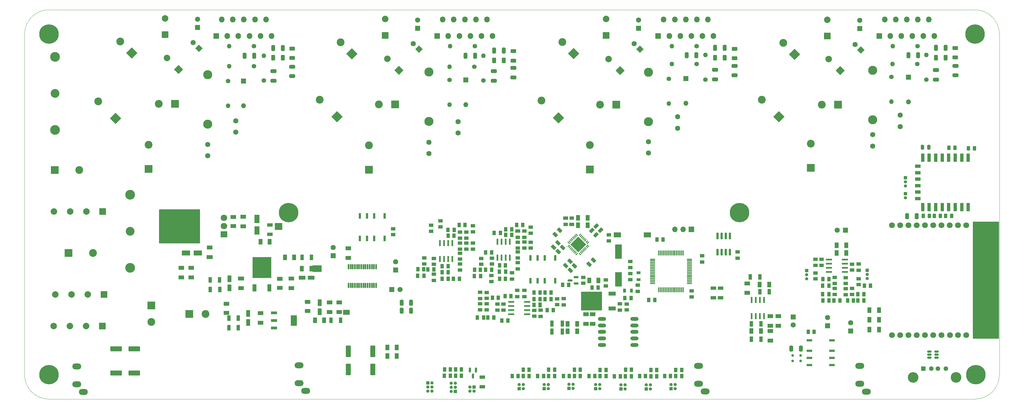
<source format=gts>
G04 #@! TF.GenerationSoftware,KiCad,Pcbnew,(6.0.0)*
G04 #@! TF.CreationDate,2022-02-01T21:05:52+01:00*
G04 #@! TF.ProjectId,block-sch,626c6f63-6b2d-4736-9368-2e6b69636164,rev?*
G04 #@! TF.SameCoordinates,Original*
G04 #@! TF.FileFunction,Soldermask,Top*
G04 #@! TF.FilePolarity,Negative*
%FSLAX46Y46*%
G04 Gerber Fmt 4.6, Leading zero omitted, Abs format (unit mm)*
G04 Created by KiCad (PCBNEW (6.0.0)) date 2022-02-01 21:05:52*
%MOMM*%
%LPD*%
G01*
G04 APERTURE LIST*
G04 Aperture macros list*
%AMRoundRect*
0 Rectangle with rounded corners*
0 $1 Rounding radius*
0 $2 $3 $4 $5 $6 $7 $8 $9 X,Y pos of 4 corners*
0 Add a 4 corners polygon primitive as box body*
4,1,4,$2,$3,$4,$5,$6,$7,$8,$9,$2,$3,0*
0 Add four circle primitives for the rounded corners*
1,1,$1+$1,$2,$3*
1,1,$1+$1,$4,$5*
1,1,$1+$1,$6,$7*
1,1,$1+$1,$8,$9*
0 Add four rect primitives between the rounded corners*
20,1,$1+$1,$2,$3,$4,$5,0*
20,1,$1+$1,$4,$5,$6,$7,0*
20,1,$1+$1,$6,$7,$8,$9,0*
20,1,$1+$1,$8,$9,$2,$3,0*%
%AMRotRect*
0 Rectangle, with rotation*
0 The origin of the aperture is its center*
0 $1 length*
0 $2 width*
0 $3 Rotation angle, in degrees counterclockwise*
0 Add horizontal line*
21,1,$1,$2,0,0,$3*%
%AMOutline4P*
0 Free polygon, 4 corners , with rotation*
0 The origin of the aperture is its center*
0 number of corners: always 4*
0 $1 to $8 corner X, Y*
0 $9 Rotation angle, in degrees counterclockwise*
0 create outline with 4 corners*
4,1,4,$1,$2,$3,$4,$5,$6,$7,$8,$1,$2,$9*%
G04 Aperture macros list end*
%ADD10C,0.100000*%
G04 #@! TA.AperFunction,Profile*
%ADD11C,0.100000*%
G04 #@! TD*
%ADD12C,0.120000*%
%ADD13C,0.800000*%
%ADD14RotRect,1.600000X1.600000X135.000000*%
%ADD15C,1.600000*%
%ADD16RotRect,2.000000X2.000000X135.000000*%
%ADD17C,2.000000*%
%ADD18RoundRect,0.250000X-0.650000X0.325000X-0.650000X-0.325000X0.650000X-0.325000X0.650000X0.325000X0*%
%ADD19R,2.400000X2.400000*%
%ADD20C,2.400000*%
%ADD21RoundRect,0.250000X0.325000X0.650000X-0.325000X0.650000X-0.325000X-0.650000X0.325000X-0.650000X0*%
%ADD22RoundRect,0.250000X0.650000X-0.325000X0.650000X0.325000X-0.650000X0.325000X-0.650000X-0.325000X0*%
%ADD23RoundRect,0.250000X-0.325000X-0.650000X0.325000X-0.650000X0.325000X0.650000X-0.325000X0.650000X0*%
%ADD24RotRect,2.400000X2.400000X135.000000*%
%ADD25R,2.000000X2.000000*%
%ADD26R,1.600000X1.600000*%
%ADD27R,1.800000X1.150000*%
%ADD28R,1.500000X1.500000*%
%ADD29O,1.500000X1.500000*%
%ADD30RoundRect,0.250000X-0.312500X-0.625000X0.312500X-0.625000X0.312500X0.625000X-0.312500X0.625000X0*%
%ADD31RoundRect,0.250000X-0.625000X0.312500X-0.625000X-0.312500X0.625000X-0.312500X0.625000X0.312500X0*%
%ADD32C,1.400000*%
%ADD33O,1.400000X1.400000*%
%ADD34C,2.800000*%
%ADD35O,2.800000X2.800000*%
%ADD36R,1.800000X1.800000*%
%ADD37O,1.800000X1.800000*%
%ADD38RoundRect,0.020500X0.184500X-0.759500X0.184500X0.759500X-0.184500X0.759500X-0.184500X-0.759500X0*%
%ADD39R,1.150000X1.800000*%
%ADD40RoundRect,0.250000X1.500000X0.550000X-1.500000X0.550000X-1.500000X-0.550000X1.500000X-0.550000X0*%
%ADD41RoundRect,0.250000X-0.550000X1.500000X-0.550000X-1.500000X0.550000X-1.500000X0.550000X1.500000X0*%
%ADD42R,1.450000X1.000000*%
%ADD43R,1.000000X1.450000*%
%ADD44RoundRect,0.150000X-0.150000X0.587500X-0.150000X-0.587500X0.150000X-0.587500X0.150000X0.587500X0*%
%ADD45R,1.750000X1.125000*%
%ADD46RoundRect,0.075000X-0.700000X-0.075000X0.700000X-0.075000X0.700000X0.075000X-0.700000X0.075000X0*%
%ADD47RoundRect,0.075000X-0.075000X-0.700000X0.075000X-0.700000X0.075000X0.700000X-0.075000X0.700000X0*%
%ADD48R,2.000000X4.500000*%
%ADD49R,2.600000X1.600000*%
%ADD50R,1.200000X2.000000*%
%ADD51Outline4P,-0.575000X-0.900000X0.575000X-0.900000X0.575000X0.900000X-0.575000X0.900000X270.000000*%
%ADD52Outline4P,-0.575000X-0.900000X0.575000X-0.900000X0.575000X0.900000X-0.575000X0.900000X90.000000*%
%ADD53R,2.000000X1.200000*%
%ADD54RoundRect,0.250000X-0.550000X1.050000X-0.550000X-1.050000X0.550000X-1.050000X0.550000X1.050000X0*%
%ADD55Outline4P,-0.625000X-0.875000X0.625000X-0.875000X0.625000X0.875000X-0.625000X0.875000X0.000000*%
%ADD56R,1.250000X1.750000*%
%ADD57R,1.200000X0.875000*%
%ADD58R,0.875000X1.200000*%
%ADD59R,1.050000X1.900000*%
%ADD60R,1.125000X1.750000*%
%ADD61Outline4P,-0.562500X-0.875000X0.562500X-0.875000X0.562500X0.875000X-0.562500X0.875000X90.000000*%
%ADD62R,2.000000X1.905000*%
%ADD63O,2.000000X1.905000*%
%ADD64R,1.200000X2.200000*%
%ADD65R,5.800000X6.400000*%
%ADD66R,1.860000X3.190000*%
%ADD67R,1.860000X0.900000*%
%ADD68O,2.524000X1.200000*%
%ADD69C,6.000000*%
%ADD70R,1.000000X2.500000*%
%ADD71R,1.800000X1.000000*%
%ADD72Outline4P,-0.512500X-0.700000X0.512500X-0.700000X0.512500X0.700000X-0.512500X0.700000X180.000000*%
%ADD73R,1.025000X1.400000*%
%ADD74RoundRect,0.250000X0.625000X-0.375000X0.625000X0.375000X-0.625000X0.375000X-0.625000X-0.375000X0*%
%ADD75Outline4P,-0.500000X-0.725000X0.500000X-0.725000X0.500000X0.725000X-0.500000X0.725000X0.000000*%
%ADD76R,1.970000X0.600000*%
%ADD77R,1.750000X1.250000*%
%ADD78R,1.400000X1.025000*%
%ADD79R,1.000000X1.000000*%
%ADD80O,1.000000X1.000000*%
%ADD81RoundRect,0.062500X0.220971X0.309359X-0.309359X-0.220971X-0.220971X-0.309359X0.309359X0.220971X0*%
%ADD82RoundRect,0.062500X-0.220971X0.309359X-0.309359X0.220971X0.220971X-0.309359X0.309359X-0.220971X0*%
%ADD83RotRect,3.450000X3.450000X225.000000*%
%ADD84Outline4P,-0.500000X-0.725000X0.500000X-0.725000X0.500000X0.725000X-0.500000X0.725000X90.000000*%
%ADD85Outline4P,-0.512500X-0.700000X0.512500X-0.700000X0.512500X0.700000X-0.512500X0.700000X90.000000*%
%ADD86RoundRect,0.250000X0.262500X0.450000X-0.262500X0.450000X-0.262500X-0.450000X0.262500X-0.450000X0*%
%ADD87RoundRect,0.250000X-0.375000X-0.625000X0.375000X-0.625000X0.375000X0.625000X-0.375000X0.625000X0*%
%ADD88RotRect,1.000000X1.450000X315.000000*%
%ADD89C,2.700000*%
%ADD90C,3.000000*%
%ADD91Outline4P,-0.512500X-0.700000X0.512500X-0.700000X0.512500X0.700000X-0.512500X0.700000X0.000000*%
%ADD92R,2.200000X1.200000*%
%ADD93R,6.400000X5.800000*%
%ADD94R,0.600000X1.970000*%
%ADD95C,1.800000*%
%ADD96RoundRect,0.150000X0.512500X0.150000X-0.512500X0.150000X-0.512500X-0.150000X0.512500X-0.150000X0*%
%ADD97O,2.800000X1.800000*%
%ADD98Outline4P,-0.500000X-0.725000X0.500000X-0.725000X0.500000X0.725000X-0.500000X0.725000X45.000000*%
%ADD99RotRect,1.000000X1.450000X45.000000*%
%ADD100R,0.800000X1.800000*%
%ADD101RotRect,1.000000X1.450000X225.000000*%
%ADD102Outline4P,-0.500000X-0.725000X0.500000X-0.725000X0.500000X0.725000X-0.500000X0.725000X225.000000*%
%ADD103RoundRect,0.250000X-0.262500X-0.450000X0.262500X-0.450000X0.262500X0.450000X-0.262500X0.450000X0*%
%ADD104RoundRect,0.042000X-0.258000X0.943000X-0.258000X-0.943000X0.258000X-0.943000X0.258000X0.943000X0*%
%ADD105RoundRect,0.150000X0.587500X0.150000X-0.587500X0.150000X-0.587500X-0.150000X0.587500X-0.150000X0*%
%ADD106R,1.800000X0.800000*%
%ADD107RoundRect,0.250000X-0.250000X-0.475000X0.250000X-0.475000X0.250000X0.475000X-0.250000X0.475000X0*%
%ADD108R,1.700000X1.700000*%
%ADD109O,1.700000X1.700000*%
%ADD110R,2.180000X1.600000*%
%ADD111R,1.428000X1.428000*%
%ADD112C,1.428000*%
%ADD113C,3.276000*%
%ADD114Outline4P,-0.500000X-0.725000X0.500000X-0.725000X0.500000X0.725000X-0.500000X0.725000X315.000000*%
G04 APERTURE END LIST*
D10*
X137000000Y-155750000D02*
X139250000Y-155750000D01*
X139250000Y-155750000D02*
X139250000Y-157750000D01*
X139250000Y-157750000D02*
X137000000Y-157750000D01*
X137000000Y-157750000D02*
X137000000Y-155750000D01*
G36*
X137000000Y-155750000D02*
G01*
X139250000Y-155750000D01*
X139250000Y-157750000D01*
X137000000Y-157750000D01*
X137000000Y-155750000D01*
G37*
X158000000Y-182450000D02*
X160000000Y-182450000D01*
X160000000Y-182450000D02*
X160000000Y-183950000D01*
X160000000Y-183950000D02*
X158000000Y-183950000D01*
X158000000Y-183950000D02*
X158000000Y-182450000D01*
G36*
X158000000Y-182450000D02*
G01*
X160000000Y-182450000D01*
X160000000Y-183950000D01*
X158000000Y-183950000D01*
X158000000Y-182450000D01*
G37*
X148625000Y-168750000D02*
X151375000Y-168750000D01*
X151375000Y-168750000D02*
X151375000Y-170750000D01*
X151375000Y-170750000D02*
X148625000Y-170750000D01*
X148625000Y-170750000D02*
X148625000Y-168750000D01*
G36*
X148625000Y-168750000D02*
G01*
X151375000Y-168750000D01*
X151375000Y-170750000D01*
X148625000Y-170750000D01*
X148625000Y-168750000D01*
G37*
D11*
X67500000Y-210000000D02*
X352500000Y-210000000D01*
X67500000Y-90000000D02*
G75*
G03*
X60000000Y-97500000I0J-7500000D01*
G01*
X60000000Y-97500000D02*
X60000000Y-202500000D01*
X352500000Y-210000000D02*
G75*
G03*
X360000000Y-202500000I0J7500000D01*
G01*
X360000000Y-202500000D02*
X360000000Y-97500000D01*
X360000000Y-97500000D02*
G75*
G03*
X352500000Y-90000000I-7500000J0D01*
G01*
X352500000Y-90000000D02*
X67500000Y-90000000D01*
X60000000Y-202500000D02*
G75*
G03*
X67500000Y-210000000I7500000J0D01*
G01*
D12*
X359800000Y-155300000D02*
X351800000Y-155300000D01*
X351800000Y-155300000D02*
X351800000Y-191300000D01*
X351800000Y-191300000D02*
X359800000Y-191300000D01*
X359800000Y-191300000D02*
X359800000Y-155300000D01*
G36*
X359800000Y-155300000D02*
G01*
X351800000Y-155300000D01*
X351800000Y-191300000D01*
X359800000Y-191300000D01*
X359800000Y-155300000D01*
G37*
D13*
X296370000Y-198250000D03*
X298830000Y-198250000D03*
X298830000Y-196550000D03*
X296370000Y-196550000D03*
D14*
X249383883Y-102178677D03*
D15*
X247616116Y-100410910D03*
D14*
X317383883Y-102428677D03*
D15*
X315616116Y-100660910D03*
D14*
X113683883Y-101878677D03*
D15*
X111916116Y-100110910D03*
D16*
X243250000Y-108750000D03*
D17*
X239714466Y-105214466D03*
D18*
X278500000Y-107275000D03*
X278500000Y-110225000D03*
D16*
X175200000Y-108671454D03*
D17*
X171664466Y-105135920D03*
D18*
X210400000Y-107925000D03*
X210400000Y-110875000D03*
D16*
X311000000Y-108750000D03*
D17*
X307464466Y-105214466D03*
D16*
X107367767Y-108421454D03*
D17*
X103832233Y-104885920D03*
D18*
X346475000Y-107275000D03*
X346475000Y-110225000D03*
X142400000Y-107525000D03*
X142400000Y-110475000D03*
D19*
X242073959Y-119250000D03*
D20*
X237073959Y-119250000D03*
D19*
X174000000Y-119200000D03*
D20*
X169000000Y-119200000D03*
D19*
X310323959Y-119250000D03*
D20*
X305323959Y-119250000D03*
D21*
X275475000Y-101750000D03*
X272525000Y-101750000D03*
D19*
X106323959Y-119000000D03*
D20*
X101323959Y-119000000D03*
D19*
X234000000Y-139227780D03*
D20*
X234000000Y-131727780D03*
D22*
X272500000Y-111475000D03*
X272500000Y-108525000D03*
D19*
X166000000Y-139277780D03*
D20*
X166000000Y-131777780D03*
D21*
X343450000Y-101750000D03*
X340500000Y-101750000D03*
X139475000Y-101800000D03*
X136525000Y-101800000D03*
D22*
X204400000Y-111875000D03*
X204400000Y-108925000D03*
D19*
X302000000Y-138750000D03*
D20*
X302000000Y-131250000D03*
D19*
X98200000Y-139077780D03*
D20*
X98200000Y-131577780D03*
D22*
X340475000Y-111525000D03*
X340475000Y-108575000D03*
X136600000Y-111875000D03*
X136600000Y-108925000D03*
D23*
X195725000Y-104200000D03*
X198675000Y-104200000D03*
X332025000Y-104000000D03*
X334975000Y-104000000D03*
D24*
X224351650Y-123300241D03*
D20*
X219048349Y-117996940D03*
D23*
X127725000Y-104200000D03*
X130675000Y-104200000D03*
D24*
X156151650Y-123000241D03*
D20*
X150848349Y-117696940D03*
D24*
X292151650Y-123000242D03*
D20*
X286848349Y-117696941D03*
D24*
X88000000Y-123500000D03*
D20*
X82696699Y-118196699D03*
D15*
X261000000Y-126500000D03*
X261000000Y-123000000D03*
X193400000Y-127950000D03*
X193400000Y-124450000D03*
D24*
X229000000Y-103500000D03*
D20*
X225464466Y-99964466D03*
D15*
X252000000Y-134150000D03*
X252000000Y-130650000D03*
D24*
X160767767Y-103576111D03*
D20*
X157232233Y-100040577D03*
D15*
X184400000Y-134350000D03*
X184400000Y-130850000D03*
X329500000Y-126000000D03*
X329500000Y-122500000D03*
X125000000Y-127750000D03*
X125000000Y-124250000D03*
D24*
X297000000Y-103750000D03*
D20*
X293464466Y-100214466D03*
D15*
X321000000Y-132000000D03*
X321000000Y-128500000D03*
D24*
X93017767Y-103326111D03*
D20*
X89482233Y-99790577D03*
D15*
X116400000Y-135000000D03*
X116400000Y-131500000D03*
D25*
X239000000Y-97867677D03*
D17*
X239000000Y-92867677D03*
D25*
X171000000Y-97867677D03*
D17*
X171000000Y-92867677D03*
D25*
X307000000Y-98117677D03*
D17*
X307000000Y-93117677D03*
D25*
X103250000Y-97617677D03*
D17*
X103250000Y-92617677D03*
D26*
X249000000Y-95682379D03*
D15*
X249000000Y-93182379D03*
D26*
X181000000Y-95682379D03*
D15*
X181000000Y-93182379D03*
D26*
X317000000Y-95750000D03*
D15*
X317000000Y-93250000D03*
D26*
X113250000Y-95432379D03*
D15*
X113250000Y-92932379D03*
D19*
X69322220Y-139400000D03*
D20*
X76822220Y-139400000D03*
D19*
X73522220Y-165000000D03*
D20*
X81022220Y-165000000D03*
D23*
X176025000Y-182750000D03*
X178975000Y-182750000D03*
D26*
X173017621Y-176182380D03*
D15*
X175517621Y-176182380D03*
D27*
X159600000Y-163525000D03*
X159600000Y-166475000D03*
D26*
X155000000Y-165782380D03*
D15*
X155000000Y-163282380D03*
D28*
X195800000Y-111585000D03*
D29*
X195800000Y-119205000D03*
D28*
X332000000Y-110750000D03*
D29*
X332000000Y-118370000D03*
D28*
X127400000Y-111985000D03*
D29*
X127400000Y-119605000D03*
D25*
X84057500Y-152182500D03*
D17*
X79057500Y-152182500D03*
X74057500Y-152182500D03*
X69057500Y-152182500D03*
D25*
X84457500Y-177782500D03*
D17*
X79457500Y-177782500D03*
X74457500Y-177782500D03*
X69457500Y-177782500D03*
D30*
X272537500Y-104750000D03*
X275462500Y-104750000D03*
X204537500Y-105600000D03*
X207462500Y-105600000D03*
D31*
X278500000Y-102037500D03*
X278500000Y-104962500D03*
D30*
X340512500Y-104750000D03*
X343437500Y-104750000D03*
X136537500Y-104800000D03*
X139462500Y-104800000D03*
D31*
X346425000Y-101787500D03*
X346425000Y-104712500D03*
X142400000Y-101937500D03*
X142400000Y-104862500D03*
D32*
X269500000Y-111560000D03*
D33*
X269500000Y-103940000D03*
D32*
X201200000Y-111810000D03*
D33*
X201200000Y-104190000D03*
D32*
X337500000Y-111560000D03*
D33*
X337500000Y-103940000D03*
D32*
X133600000Y-111810000D03*
D33*
X133600000Y-104190000D03*
D32*
X266810000Y-101250000D03*
D33*
X259190000Y-101250000D03*
D32*
X198600000Y-101200000D03*
D33*
X190980000Y-101200000D03*
D32*
X266810000Y-106750000D03*
D33*
X259190000Y-106750000D03*
D32*
X334810000Y-101250000D03*
D33*
X327190000Y-101250000D03*
D32*
X198410000Y-107600000D03*
D33*
X190790000Y-107600000D03*
D32*
X130610000Y-101200000D03*
D33*
X122990000Y-101200000D03*
D32*
X258250000Y-111250000D03*
D33*
X258250000Y-118870000D03*
D32*
X334750000Y-106750000D03*
D33*
X327130000Y-106750000D03*
D32*
X130600000Y-107400000D03*
D33*
X122980000Y-107400000D03*
D32*
X190800000Y-111590000D03*
D33*
X190800000Y-119210000D03*
D34*
X252000000Y-109250000D03*
D35*
X252000000Y-124490000D03*
D34*
X184400000Y-109200000D03*
D35*
X184400000Y-124440000D03*
D32*
X326750000Y-110690000D03*
D33*
X326750000Y-118310000D03*
D32*
X122600000Y-111990000D03*
D33*
X122600000Y-119610000D03*
D34*
X321000000Y-108630000D03*
D35*
X321000000Y-123870000D03*
D34*
X116400000Y-110000000D03*
D35*
X116400000Y-125240000D03*
D36*
X323000000Y-98085000D03*
D37*
X324700000Y-93005000D03*
X326400000Y-98085000D03*
X328100000Y-93005000D03*
X329800000Y-98085000D03*
X331500000Y-93005000D03*
X333200000Y-98085000D03*
X334900000Y-93005000D03*
X336600000Y-98085000D03*
X338300000Y-93005000D03*
X340000000Y-98085000D03*
D36*
X119000000Y-98085000D03*
D37*
X120700000Y-93005000D03*
X122400000Y-98085000D03*
X124100000Y-93005000D03*
X125800000Y-98085000D03*
X127500000Y-93005000D03*
X129200000Y-98085000D03*
X130900000Y-93005000D03*
X132600000Y-98085000D03*
X134300000Y-93005000D03*
X136000000Y-98085000D03*
D38*
X159725000Y-174930000D03*
X160375000Y-174930000D03*
X161025000Y-174930000D03*
X161675000Y-174930000D03*
X162325000Y-174930000D03*
X162975000Y-174930000D03*
X163625000Y-174930000D03*
X164275000Y-174930000D03*
X164925000Y-174930000D03*
X165575000Y-174930000D03*
X166225000Y-174930000D03*
X166875000Y-174930000D03*
X167525000Y-174930000D03*
X168175000Y-174930000D03*
X168175000Y-169170000D03*
X167525000Y-169170000D03*
X166875000Y-169170000D03*
X166225000Y-169170000D03*
X165575000Y-169170000D03*
X164925000Y-169170000D03*
X164275000Y-169170000D03*
X163625000Y-169170000D03*
X162975000Y-169170000D03*
X162325000Y-169170000D03*
X161675000Y-169170000D03*
X161025000Y-169170000D03*
X160375000Y-169170000D03*
X159725000Y-169170000D03*
D21*
X207475000Y-102600000D03*
X204525000Y-102600000D03*
D23*
X263775000Y-104000000D03*
X266725000Y-104000000D03*
D14*
X181383883Y-102178677D03*
D15*
X179616116Y-100410910D03*
D39*
X171625000Y-194050000D03*
X174575000Y-194050000D03*
X320025000Y-188600000D03*
X322975000Y-188600000D03*
D40*
X93800000Y-194500000D03*
X88200000Y-194500000D03*
D39*
X320025000Y-182600000D03*
X322975000Y-182600000D03*
X171625000Y-196750000D03*
X174575000Y-196750000D03*
X320025000Y-185500000D03*
X322975000Y-185500000D03*
D40*
X93800000Y-202000000D03*
X88200000Y-202000000D03*
D41*
X159650000Y-195300000D03*
X159650000Y-200900000D03*
X167150000Y-195300000D03*
X167150000Y-200900000D03*
D23*
X176025000Y-180250000D03*
X178975000Y-180250000D03*
D26*
X174200000Y-170182380D03*
D15*
X174200000Y-167682380D03*
D42*
X265300000Y-176650000D03*
X265300000Y-178550000D03*
D43*
X253950000Y-179400000D03*
X252050000Y-179400000D03*
D42*
X268550000Y-165850000D03*
X268550000Y-167750000D03*
D43*
X254600000Y-160850000D03*
X256500000Y-160850000D03*
D42*
X246450000Y-169450000D03*
X246450000Y-167550000D03*
X246450000Y-171300000D03*
X246450000Y-173200000D03*
D28*
X263500000Y-111185000D03*
D29*
X263500000Y-118805000D03*
D44*
X198950000Y-201012500D03*
X197050000Y-201012500D03*
X198000000Y-202887500D03*
D31*
X210400000Y-102737500D03*
X210400000Y-105662500D03*
D45*
X200900000Y-203237500D03*
X200900000Y-206162500D03*
D36*
X187000000Y-98085000D03*
D37*
X188700000Y-93005000D03*
X190400000Y-98085000D03*
X192100000Y-93005000D03*
X193800000Y-98085000D03*
X195500000Y-93005000D03*
X197200000Y-98085000D03*
X198900000Y-93005000D03*
X200600000Y-98085000D03*
X202300000Y-93005000D03*
X204000000Y-98085000D03*
D46*
X253245000Y-166870000D03*
X253245000Y-167370000D03*
X253245000Y-167870000D03*
X253245000Y-168370000D03*
X253245000Y-168870000D03*
X253245000Y-169370000D03*
X253245000Y-169870000D03*
X253245000Y-170370000D03*
X253245000Y-170870000D03*
X253245000Y-171370000D03*
X253245000Y-171870000D03*
X253245000Y-172370000D03*
X253245000Y-172870000D03*
X253245000Y-173370000D03*
X253245000Y-173870000D03*
X253245000Y-174370000D03*
D47*
X255170000Y-176295000D03*
X255670000Y-176295000D03*
X256170000Y-176295000D03*
X256670000Y-176295000D03*
X257170000Y-176295000D03*
X257670000Y-176295000D03*
X258170000Y-176295000D03*
X258670000Y-176295000D03*
X259170000Y-176295000D03*
X259670000Y-176295000D03*
X260170000Y-176295000D03*
X260670000Y-176295000D03*
X261170000Y-176295000D03*
X261670000Y-176295000D03*
X262170000Y-176295000D03*
X262670000Y-176295000D03*
D46*
X264595000Y-174370000D03*
X264595000Y-173870000D03*
X264595000Y-173370000D03*
X264595000Y-172870000D03*
X264595000Y-172370000D03*
X264595000Y-171870000D03*
X264595000Y-171370000D03*
X264595000Y-170870000D03*
X264595000Y-170370000D03*
X264595000Y-169870000D03*
X264595000Y-169370000D03*
X264595000Y-168870000D03*
X264595000Y-168370000D03*
X264595000Y-167870000D03*
X264595000Y-167370000D03*
X264595000Y-166870000D03*
D47*
X262670000Y-164945000D03*
X262170000Y-164945000D03*
X261670000Y-164945000D03*
X261170000Y-164945000D03*
X260670000Y-164945000D03*
X260170000Y-164945000D03*
X259670000Y-164945000D03*
X259170000Y-164945000D03*
X258670000Y-164945000D03*
X258170000Y-164945000D03*
X257670000Y-164945000D03*
X257170000Y-164945000D03*
X256670000Y-164945000D03*
X256170000Y-164945000D03*
X255670000Y-164945000D03*
X255170000Y-164945000D03*
D48*
X242750000Y-173050000D03*
X242750000Y-164550000D03*
D49*
X109700000Y-165000000D03*
X113300000Y-165000000D03*
D50*
X123085000Y-175700000D03*
X123085000Y-172900000D03*
X128837500Y-186400000D03*
X128837500Y-183600000D03*
D27*
X117000000Y-163275000D03*
D51*
X117000000Y-166225000D03*
D27*
X126585000Y-175775000D03*
D52*
X126585000Y-172825000D03*
D27*
X132587500Y-186475000D03*
X132587500Y-183525000D03*
X127250000Y-153775000D03*
X127250000Y-156725000D03*
X142085000Y-175775000D03*
X142085000Y-172825000D03*
X153850000Y-183125000D03*
X153850000Y-180175000D03*
D43*
X246650000Y-178850000D03*
X244750000Y-178850000D03*
D53*
X148235000Y-172550000D03*
X145435000Y-172550000D03*
D50*
X150850000Y-180250000D03*
X150850000Y-183050000D03*
D54*
X131500000Y-154450000D03*
X131500000Y-158050000D03*
D39*
X148310000Y-169800000D03*
X145360000Y-169800000D03*
D27*
X156850000Y-183125000D03*
X156850000Y-180175000D03*
D42*
X248700000Y-176800000D03*
X248700000Y-174900000D03*
D27*
X232800000Y-183825000D03*
X232800000Y-186775000D03*
X234800000Y-183825000D03*
X234800000Y-186775000D03*
D39*
X227125000Y-189100000D03*
X230075000Y-189100000D03*
X227125000Y-186800000D03*
X230075000Y-186800000D03*
D55*
X132600000Y-161500000D03*
X135400000Y-161500000D03*
X140185000Y-166300000D03*
D56*
X142985000Y-166300000D03*
X149400000Y-185700000D03*
D55*
X152200000Y-185700000D03*
D57*
X248950000Y-171037500D03*
X248950000Y-173162500D03*
D58*
X244637500Y-176600000D03*
X246762500Y-176600000D03*
D59*
X225475000Y-189200000D03*
X222325000Y-189200000D03*
X225475000Y-186700000D03*
X222325000Y-186700000D03*
D60*
X117137500Y-176200000D03*
X120062500Y-176200000D03*
X122875000Y-185000000D03*
X125800000Y-185000000D03*
D61*
X108250000Y-172462500D03*
X108250000Y-169537500D03*
D60*
X117122500Y-173300000D03*
X120047500Y-173300000D03*
X122875000Y-188000000D03*
X125800000Y-188000000D03*
D61*
X111250000Y-172462500D03*
X111250000Y-169537500D03*
D45*
X135500000Y-159212500D03*
X135500000Y-156287500D03*
D60*
X145372500Y-166300000D03*
X148297500Y-166300000D03*
X154337500Y-185700000D03*
X157262500Y-185700000D03*
D62*
X121345000Y-159240000D03*
D63*
X121345000Y-156700000D03*
X121345000Y-154160000D03*
D64*
X130805000Y-175750000D03*
D65*
X133085000Y-169450000D03*
D64*
X135365000Y-175750000D03*
D66*
X142912500Y-185750000D03*
D67*
X136762500Y-188050000D03*
X136762500Y-185750000D03*
X136762500Y-183450000D03*
D68*
X247700000Y-193300000D03*
X247700000Y-191300000D03*
X247700000Y-189300000D03*
X247700000Y-187300000D03*
X247700000Y-185300000D03*
X237700000Y-185300000D03*
X237700000Y-187300000D03*
X237700000Y-189300000D03*
X237700000Y-191300000D03*
X237700000Y-193300000D03*
D36*
X255000000Y-98085000D03*
D37*
X256700000Y-93005000D03*
X258400000Y-98085000D03*
X260100000Y-93005000D03*
X261800000Y-98085000D03*
X263500000Y-93005000D03*
X265200000Y-98085000D03*
X266900000Y-93005000D03*
X268600000Y-98085000D03*
X270300000Y-93005000D03*
X272000000Y-98085000D03*
D25*
X83957500Y-187482500D03*
D17*
X78957500Y-187482500D03*
X73957500Y-187482500D03*
X68957500Y-187482500D03*
D13*
X350500000Y-202500000D03*
X352750000Y-200250000D03*
X351159010Y-204090990D03*
X355000000Y-202500000D03*
X354340990Y-204090990D03*
X351159010Y-200909010D03*
D69*
X352750000Y-202500000D03*
D13*
X354340990Y-200909010D03*
X352750000Y-204750000D03*
X280000000Y-150250000D03*
X281590990Y-150909010D03*
X281590990Y-154090990D03*
X282250000Y-152500000D03*
X277750000Y-152500000D03*
X280000000Y-154750000D03*
X278409010Y-150909010D03*
X278409010Y-154090990D03*
D69*
X280000000Y-152500000D03*
X141250000Y-152500000D03*
D13*
X143500000Y-152500000D03*
X139000000Y-152500000D03*
X142840990Y-154090990D03*
X142840990Y-150909010D03*
X141250000Y-154750000D03*
X139659010Y-154090990D03*
X141250000Y-150250000D03*
X139659010Y-150909010D03*
X65250000Y-202500000D03*
X65909010Y-204090990D03*
X65909010Y-200909010D03*
X69090990Y-200909010D03*
X69090990Y-204090990D03*
X67500000Y-204750000D03*
X69750000Y-202500000D03*
X67500000Y-200250000D03*
D69*
X67500000Y-202500000D03*
D13*
X354750000Y-97500000D03*
X350909010Y-95909010D03*
X350250000Y-97500000D03*
X354090990Y-99090990D03*
X352500000Y-95250000D03*
X354090990Y-95909010D03*
X350909010Y-99090990D03*
X352500000Y-99750000D03*
D69*
X352500000Y-97500000D03*
D13*
X65909010Y-95909010D03*
D69*
X67500000Y-97500000D03*
D13*
X69750000Y-97500000D03*
X67500000Y-99750000D03*
X65250000Y-97500000D03*
X69090990Y-95909010D03*
X69090990Y-99090990D03*
X65909010Y-99090990D03*
X67500000Y-95250000D03*
D70*
X350400000Y-135600000D03*
X348400000Y-135600000D03*
X346400000Y-135600000D03*
X344400000Y-135600000D03*
X342400000Y-135600000D03*
X340400000Y-135600000D03*
X338400000Y-135600000D03*
X336400000Y-135600000D03*
D71*
X334900000Y-138200000D03*
X334900000Y-140200000D03*
X334900000Y-142200000D03*
X334900000Y-144200000D03*
X334900000Y-146200000D03*
X334900000Y-148200000D03*
D70*
X336400000Y-150800000D03*
X338400000Y-150800000D03*
X340400000Y-150800000D03*
X342400000Y-150800000D03*
X344400000Y-150800000D03*
X346400000Y-150800000D03*
X348400000Y-150800000D03*
X350400000Y-150800000D03*
D72*
X243366250Y-202946250D03*
D73*
X241541250Y-202946250D03*
D19*
X110676041Y-183750000D03*
D20*
X115676041Y-183750000D03*
D74*
X147100000Y-180000000D03*
X147100000Y-182800000D03*
D60*
X289187500Y-176905000D03*
X286262500Y-176905000D03*
D43*
X199350000Y-184900000D03*
X201250000Y-184900000D03*
D42*
X211800000Y-169850000D03*
X211800000Y-167950000D03*
D43*
X216750000Y-181000000D03*
D75*
X218650000Y-181000000D03*
D73*
X315100000Y-179600000D03*
X313275000Y-179600000D03*
D76*
X307517500Y-167020000D03*
X307517500Y-168290000D03*
X307517500Y-169560000D03*
X307517500Y-170830000D03*
X312457500Y-170830000D03*
X312457500Y-169560000D03*
X312457500Y-168290000D03*
X312457500Y-167020000D03*
D73*
X207887500Y-178250000D03*
X209712500Y-178250000D03*
X216787500Y-177150000D03*
X218612500Y-177150000D03*
D76*
X214670000Y-183855000D03*
X214670000Y-182585000D03*
X214670000Y-181315000D03*
X214670000Y-180045000D03*
X209730000Y-180045000D03*
X209730000Y-181315000D03*
X209730000Y-182585000D03*
X209730000Y-183855000D03*
D73*
X188537500Y-169050000D03*
X190362500Y-169050000D03*
X203712500Y-170150000D03*
X201887500Y-170150000D03*
D72*
X211882500Y-202930000D03*
X210057500Y-202930000D03*
D73*
X213457500Y-202930000D03*
X215282500Y-202930000D03*
D77*
X138585000Y-175700000D03*
X138585000Y-172900000D03*
D78*
X183000000Y-168312500D03*
X183000000Y-166487500D03*
D79*
X331100000Y-146700000D03*
D80*
X331100000Y-147970000D03*
D78*
X314687500Y-175887500D03*
X314687500Y-177712500D03*
D42*
X194050000Y-170250000D03*
X194050000Y-168350000D03*
D78*
X223900000Y-179087500D03*
X223900000Y-180912500D03*
D81*
X233361010Y-161813864D03*
X233007456Y-161460311D03*
X232653903Y-161106757D03*
X232300349Y-160753204D03*
X231946796Y-160399651D03*
X231593243Y-160046097D03*
X231239689Y-159692544D03*
X230886136Y-159338990D03*
D82*
X229913864Y-159338990D03*
X229560311Y-159692544D03*
X229206757Y-160046097D03*
X228853204Y-160399651D03*
X228499651Y-160753204D03*
X228146097Y-161106757D03*
X227792544Y-161460311D03*
X227438990Y-161813864D03*
D81*
X227438990Y-162786136D03*
X227792544Y-163139689D03*
X228146097Y-163493243D03*
X228499651Y-163846796D03*
X228853204Y-164200349D03*
X229206757Y-164553903D03*
X229560311Y-164907456D03*
X229913864Y-165261010D03*
D82*
X230886136Y-165261010D03*
X231239689Y-164907456D03*
X231593243Y-164553903D03*
X231946796Y-164200349D03*
X232300349Y-163846796D03*
X232653903Y-163493243D03*
X233007456Y-163139689D03*
X233361010Y-162786136D03*
D83*
X230400000Y-162300000D03*
D78*
X211800000Y-161637500D03*
X211800000Y-163462500D03*
D84*
X228400000Y-156150000D03*
D42*
X228400000Y-154250000D03*
D85*
X197950000Y-158412500D03*
D78*
X197950000Y-156587500D03*
D79*
X192550000Y-207600000D03*
D80*
X191280000Y-207600000D03*
X192550000Y-206330000D03*
X191280000Y-206330000D03*
X192550000Y-205060000D03*
X191280000Y-205060000D03*
D73*
X206187500Y-168750000D03*
X208012500Y-168750000D03*
X192637500Y-202850000D03*
X194462500Y-202850000D03*
X222712500Y-182600000D03*
D72*
X220887500Y-182600000D03*
D78*
X303387500Y-172937500D03*
X303387500Y-171112500D03*
D86*
X341812500Y-153500000D03*
X339987500Y-153500000D03*
D87*
X233800000Y-173400000D03*
X236600000Y-173400000D03*
D43*
X320337500Y-175000000D03*
X318437500Y-175000000D03*
D88*
X235928249Y-156628249D03*
X237271751Y-157971751D03*
D73*
X202587500Y-184900000D03*
X204412500Y-184900000D03*
D43*
X216750000Y-179150000D03*
X218650000Y-179150000D03*
D79*
X184125000Y-205025000D03*
D80*
X185395000Y-205025000D03*
X184125000Y-206295000D03*
X185395000Y-206295000D03*
X184125000Y-207565000D03*
X185395000Y-207565000D03*
D21*
X334575000Y-153600000D03*
X331625000Y-153600000D03*
D73*
X213312500Y-156350000D03*
X211487500Y-156350000D03*
D42*
X211600000Y-176500000D03*
X211600000Y-178400000D03*
D73*
X227643750Y-202868750D03*
X225818750Y-202868750D03*
X219706250Y-202906250D03*
X217881250Y-202906250D03*
D89*
X69400000Y-115800000D03*
D90*
X69400000Y-127050000D03*
X69400000Y-104550000D03*
D78*
X314687500Y-170237500D03*
X314687500Y-168412500D03*
D42*
X194050000Y-160400000D03*
X194050000Y-158500000D03*
D19*
X99000000Y-181176041D03*
D20*
X99000000Y-186176041D03*
D43*
X208050000Y-157650000D03*
X209950000Y-157650000D03*
D78*
X194050000Y-165037500D03*
X194050000Y-166862500D03*
D91*
X213457500Y-200930000D03*
D73*
X215282500Y-200930000D03*
D39*
X230325000Y-156400000D03*
X233275000Y-156400000D03*
D43*
X206850000Y-185750000D03*
X208750000Y-185750000D03*
X318337500Y-177700000D03*
X316437500Y-177700000D03*
D39*
X286637500Y-189030000D03*
X283687500Y-189030000D03*
D73*
X235525000Y-202875000D03*
X233700000Y-202875000D03*
D43*
X204550000Y-158800000D03*
X206450000Y-158800000D03*
X198450000Y-172100000D03*
X200350000Y-172100000D03*
D86*
X352312500Y-132700000D03*
X350487500Y-132700000D03*
D43*
X201850000Y-164800000D03*
X203750000Y-164800000D03*
D42*
X203700000Y-173800000D03*
X203700000Y-171900000D03*
D73*
X185962500Y-170050000D03*
X184137500Y-170050000D03*
X181037500Y-170000000D03*
X182862500Y-170000000D03*
D26*
X314200000Y-188982380D03*
D15*
X314200000Y-186482380D03*
D92*
X240800000Y-182080000D03*
D93*
X234500000Y-179800000D03*
D92*
X240800000Y-177520000D03*
D94*
X209305000Y-161480000D03*
X208035000Y-161480000D03*
X206765000Y-161480000D03*
X205495000Y-161480000D03*
X205495000Y-166420000D03*
X206765000Y-166420000D03*
X208035000Y-166420000D03*
X209305000Y-166420000D03*
D39*
X233275000Y-154100000D03*
X230325000Y-154100000D03*
D78*
X216900000Y-182637500D03*
X216900000Y-184462500D03*
X245300000Y-180687500D03*
X245300000Y-182512500D03*
D95*
X349760000Y-156400000D03*
X347220000Y-156400000D03*
X344726727Y-156399821D03*
X342158296Y-156399821D03*
X339600000Y-156400000D03*
X337060000Y-156400000D03*
X334520000Y-156400000D03*
X331980000Y-156400000D03*
X329440000Y-156400000D03*
X326900000Y-156400000D03*
X349800000Y-190300000D03*
X347260000Y-190300000D03*
X344766727Y-190299821D03*
X342198296Y-190299821D03*
X339640000Y-190300000D03*
X337100000Y-190300000D03*
X334560000Y-190300000D03*
X332020000Y-190300000D03*
X329480000Y-190300000D03*
X326940000Y-190300000D03*
D78*
X231900000Y-174312500D03*
X231900000Y-172487500D03*
D73*
X260393750Y-202906250D03*
X262218750Y-202906250D03*
D96*
X340685000Y-197237500D03*
X340685000Y-196287500D03*
X340685000Y-195337500D03*
X338410000Y-195337500D03*
X338410000Y-196287500D03*
X338410000Y-197237500D03*
D94*
X287552621Y-179460000D03*
X286282621Y-179460000D03*
X285012621Y-179460000D03*
X283742621Y-179460000D03*
X283742621Y-184400000D03*
X285012621Y-184400000D03*
X286282621Y-184400000D03*
X287552621Y-184400000D03*
D73*
X191012500Y-202850000D03*
X189187500Y-202850000D03*
D97*
X267450000Y-199750000D03*
X269450000Y-207650000D03*
X267450000Y-205250000D03*
D78*
X312687500Y-174400000D03*
X312687500Y-172575000D03*
D43*
X188500000Y-170850000D03*
X190400000Y-170850000D03*
D98*
X224228249Y-164571751D03*
D99*
X225571751Y-163228249D03*
D73*
X251081250Y-202931250D03*
X249256250Y-202931250D03*
D42*
X243200000Y-182550000D03*
X243200000Y-180650000D03*
D27*
X289500000Y-191975000D03*
X289500000Y-189025000D03*
D73*
X198487500Y-170150000D03*
X200312500Y-170150000D03*
D100*
X170800000Y-153500000D03*
X167600000Y-153500000D03*
X165400000Y-153500000D03*
X163200000Y-153500000D03*
X163200000Y-160500000D03*
X165400000Y-160500000D03*
X167600000Y-160500000D03*
X170800000Y-160500000D03*
D78*
X207400000Y-180737500D03*
X207400000Y-182562500D03*
D73*
X192637500Y-200850000D03*
X194462500Y-200850000D03*
D42*
X303387500Y-168775000D03*
X303387500Y-166875000D03*
X213800000Y-176500000D03*
X213800000Y-178400000D03*
D101*
X224671751Y-157928249D03*
D102*
X223328249Y-159271751D03*
D43*
X305637500Y-175025000D03*
X307537500Y-175025000D03*
D42*
X185100000Y-156400000D03*
X185100000Y-158300000D03*
X213800000Y-161550000D03*
X213800000Y-163450000D03*
X188000000Y-155050000D03*
X188000000Y-156950000D03*
D43*
X190300000Y-157850000D03*
X192200000Y-157850000D03*
D78*
X200200000Y-182462500D03*
X200200000Y-180637500D03*
D79*
X227506250Y-206743750D03*
D80*
X227506250Y-205473750D03*
X228776250Y-206743750D03*
X228776250Y-205473750D03*
D103*
X344487500Y-132500000D03*
X346312500Y-132500000D03*
D73*
X244941250Y-200946250D03*
X246766250Y-200946250D03*
D45*
X274200000Y-178762500D03*
X274200000Y-175837500D03*
D39*
X289200000Y-174705000D03*
X286250000Y-174705000D03*
D101*
X224171751Y-161828249D03*
X222828249Y-163171751D03*
D27*
X289547621Y-187405000D03*
X289547621Y-184455000D03*
D73*
X190337500Y-159650000D03*
X192162500Y-159650000D03*
D72*
X258812500Y-202900000D03*
D73*
X256987500Y-202900000D03*
D104*
X277105000Y-159725000D03*
X275835000Y-159725000D03*
X274565000Y-159725000D03*
X273295000Y-159725000D03*
X273295000Y-164675000D03*
X274565000Y-164675000D03*
X275835000Y-164675000D03*
X277105000Y-164675000D03*
D99*
X226528249Y-168871751D03*
X227871751Y-167528249D03*
D73*
X260393750Y-201006250D03*
X262218750Y-201006250D03*
D78*
X194050000Y-161937500D03*
X194050000Y-163762500D03*
D27*
X282400000Y-174325000D03*
X282400000Y-177275000D03*
D79*
X331100000Y-141725000D03*
D80*
X331100000Y-142995000D03*
X331100000Y-144265000D03*
D78*
X215800000Y-158862500D03*
X215800000Y-157037500D03*
D99*
X227928249Y-170271751D03*
X229271751Y-168928249D03*
D42*
X279400000Y-166550000D03*
X279400000Y-164650000D03*
D43*
X181000000Y-172000000D03*
X182900000Y-172000000D03*
D42*
X185950000Y-173400000D03*
X185950000Y-171500000D03*
D85*
X200500000Y-168462500D03*
D78*
X200500000Y-166637500D03*
D73*
X191062500Y-200850000D03*
X189237500Y-200850000D03*
X222012500Y-179150000D03*
D72*
X220187500Y-179150000D03*
D39*
X309925000Y-162625000D03*
X312875000Y-162625000D03*
D97*
X76100000Y-199900000D03*
X78100000Y-207800000D03*
X76100000Y-205400000D03*
D23*
X295925000Y-194400000D03*
X298875000Y-194400000D03*
D42*
X195950000Y-160400000D03*
X195950000Y-158500000D03*
D26*
X296547621Y-184647621D03*
D15*
X296547621Y-187147621D03*
D100*
X223300000Y-166500000D03*
X220100000Y-166500000D03*
X217900000Y-166500000D03*
X215700000Y-166500000D03*
X215700000Y-173500000D03*
X217900000Y-173500000D03*
X220100000Y-173500000D03*
X223300000Y-173500000D03*
D91*
X220187500Y-177150000D03*
D73*
X222012500Y-177150000D03*
X221281250Y-200906250D03*
X223106250Y-200906250D03*
D105*
X229737500Y-174350000D03*
X229737500Y-172450000D03*
X227862500Y-173400000D03*
D78*
X215800000Y-161637500D03*
X215800000Y-163462500D03*
D91*
X305687500Y-179625000D03*
X307512500Y-179625000D03*
D43*
X305637500Y-177625000D03*
X307537500Y-177625000D03*
D86*
X345312500Y-153500000D03*
X343487500Y-153500000D03*
D73*
X208087500Y-159350000D03*
X209912500Y-159350000D03*
D106*
X301500000Y-191900000D03*
X301500000Y-195100000D03*
X301500000Y-197300000D03*
X301500000Y-199500000D03*
X308500000Y-199500000D03*
X308500000Y-197300000D03*
X308500000Y-195100000D03*
X308500000Y-191900000D03*
D42*
X238900000Y-175150000D03*
X238900000Y-173250000D03*
D26*
X307100000Y-187382380D03*
D15*
X307100000Y-184882380D03*
D42*
X202200000Y-180600000D03*
X202200000Y-182500000D03*
D77*
X124250000Y-153850000D03*
X124250000Y-156650000D03*
D73*
X225587500Y-174750000D03*
X227412500Y-174750000D03*
D42*
X312687500Y-177850000D03*
X312687500Y-175950000D03*
D43*
X193850000Y-172900000D03*
X191950000Y-172900000D03*
D103*
X301187500Y-189300000D03*
X303012500Y-189300000D03*
D73*
X221281250Y-202906250D03*
X223106250Y-202906250D03*
D107*
X336350000Y-132400000D03*
X338250000Y-132400000D03*
D78*
X309287500Y-174337500D03*
X309287500Y-172512500D03*
D60*
X283700000Y-191530000D03*
X286625000Y-191530000D03*
D79*
X251318750Y-206856250D03*
D80*
X251318750Y-205586250D03*
X252588750Y-206856250D03*
X252588750Y-205586250D03*
D73*
X252731250Y-201056250D03*
X254556250Y-201056250D03*
D42*
X211800000Y-160100000D03*
D84*
X211800000Y-158200000D03*
D78*
X203800000Y-168362500D03*
X203800000Y-166537500D03*
D73*
X229218750Y-202868750D03*
X231043750Y-202868750D03*
D78*
X316687500Y-174712500D03*
X316687500Y-172887500D03*
D42*
X195950000Y-161900000D03*
X195950000Y-163800000D03*
D94*
X191655000Y-161880000D03*
X190385000Y-161880000D03*
X189115000Y-161880000D03*
X187845000Y-161880000D03*
X187845000Y-166820000D03*
X189115000Y-166820000D03*
X190385000Y-166820000D03*
X191655000Y-166820000D03*
D73*
X203987500Y-178750000D03*
X205812500Y-178750000D03*
D42*
X316687500Y-170275000D03*
X316687500Y-168375000D03*
D73*
X234687500Y-175600000D03*
X236512500Y-175600000D03*
D26*
X312587500Y-157900000D03*
D15*
X310087500Y-157900000D03*
D79*
X212200000Y-206800000D03*
D80*
X212200000Y-205530000D03*
X213470000Y-206800000D03*
X213470000Y-205530000D03*
D77*
X122087500Y-183400000D03*
X122087500Y-180600000D03*
D42*
X205500000Y-180700000D03*
X205500000Y-182600000D03*
X226500000Y-156150000D03*
D84*
X226500000Y-154250000D03*
D73*
X244921250Y-202946250D03*
X246746250Y-202946250D03*
X237120000Y-201000000D03*
X238945000Y-201000000D03*
D108*
X265225000Y-157700000D03*
D109*
X262685000Y-157700000D03*
X260145000Y-157700000D03*
D79*
X235762500Y-206800000D03*
D80*
X235762500Y-205530000D03*
X237032500Y-206800000D03*
X237032500Y-205530000D03*
D78*
X211800000Y-164637500D03*
X211800000Y-166462500D03*
X185950000Y-168462500D03*
X185950000Y-166637500D03*
D42*
X218800000Y-182600000D03*
X218800000Y-184500000D03*
D86*
X338412500Y-153500000D03*
X336587500Y-153500000D03*
D78*
X309287500Y-175912500D03*
X309287500Y-177737500D03*
X202200000Y-177137500D03*
X202200000Y-178962500D03*
D73*
X237120000Y-202900000D03*
X238945000Y-202900000D03*
D43*
X307550000Y-173000000D03*
X305650000Y-173000000D03*
D60*
X286287500Y-172305000D03*
X283362500Y-172305000D03*
X286625000Y-186830000D03*
X283700000Y-186830000D03*
D42*
X239800000Y-159350000D03*
X239800000Y-161250000D03*
D78*
X305287500Y-168737500D03*
X305287500Y-166912500D03*
D45*
X272000000Y-178762500D03*
X272000000Y-175837500D03*
D42*
X210000000Y-171100000D03*
X210000000Y-173000000D03*
D78*
X173400000Y-157487500D03*
X173400000Y-159312500D03*
D79*
X319287500Y-170300000D03*
D80*
X319287500Y-171570000D03*
X319287500Y-172840000D03*
D42*
X200200000Y-177100000D03*
X200200000Y-179000000D03*
D73*
X195562500Y-156350000D03*
X193737500Y-156350000D03*
D79*
X300687500Y-170350000D03*
D80*
X300687500Y-171620000D03*
X300687500Y-172890000D03*
D27*
X291947621Y-187405000D03*
X291947621Y-184455000D03*
D79*
X243533750Y-206846250D03*
D80*
X243533750Y-205576250D03*
X244803750Y-206846250D03*
X244803750Y-205576250D03*
D73*
X252731250Y-202956250D03*
X254556250Y-202956250D03*
D110*
X242460000Y-159350000D03*
X251640000Y-159350000D03*
D79*
X258936250Y-206806250D03*
D80*
X258936250Y-205536250D03*
X260206250Y-206806250D03*
X260206250Y-205536250D03*
D73*
X208012500Y-172950000D03*
X206187500Y-172950000D03*
D42*
X225900000Y-179050000D03*
X225900000Y-180950000D03*
D97*
X317050000Y-199800000D03*
X319050000Y-207700000D03*
X317050000Y-205300000D03*
D79*
X219943750Y-206806250D03*
D80*
X219943750Y-205536250D03*
X221213750Y-206806250D03*
X221213750Y-205536250D03*
D111*
X336552500Y-200590000D03*
D112*
X339052500Y-200590000D03*
X341052500Y-200590000D03*
X343552500Y-200590000D03*
D113*
X333482500Y-203300000D03*
X346622500Y-203300000D03*
D97*
X144500000Y-199600000D03*
X146500000Y-207500000D03*
X144500000Y-205100000D03*
D99*
X233728249Y-168471751D03*
X235071751Y-167128249D03*
D73*
X190362500Y-172900000D03*
X188537500Y-172900000D03*
D78*
X197950000Y-161937500D03*
X197950000Y-163762500D03*
D89*
X92500000Y-158250000D03*
D90*
X92500000Y-169500000D03*
X92500000Y-147000000D03*
D42*
X213800000Y-160100000D03*
X213800000Y-158200000D03*
D114*
X234528249Y-158028249D03*
D88*
X235871751Y-159371751D03*
D73*
X309075000Y-179625000D03*
X310900000Y-179625000D03*
D79*
X198350000Y-206300000D03*
D80*
X197080000Y-206300000D03*
X198350000Y-207570000D03*
X197080000Y-207570000D03*
D39*
X309912500Y-164925000D03*
X312862500Y-164925000D03*
D43*
X206150000Y-170750000D03*
X208050000Y-170750000D03*
D73*
X229218750Y-200968750D03*
D91*
X231043750Y-200968750D03*
D73*
X318300000Y-179600000D03*
X316475000Y-179600000D03*
G36*
X113812171Y-151502421D02*
G01*
X113851953Y-151510334D01*
X113897374Y-151529148D01*
X113920582Y-151544655D01*
X113955345Y-151579418D01*
X113970852Y-151602626D01*
X113989666Y-151648047D01*
X113997579Y-151687829D01*
X114000000Y-151712410D01*
X114000000Y-161787590D01*
X113997579Y-161812171D01*
X113989666Y-161851953D01*
X113970852Y-161897374D01*
X113955345Y-161920582D01*
X113920582Y-161955345D01*
X113897374Y-161970852D01*
X113851953Y-161989666D01*
X113812171Y-161997579D01*
X113787590Y-162000000D01*
X101612410Y-162000000D01*
X101587829Y-161997579D01*
X101548047Y-161989666D01*
X101502626Y-161970852D01*
X101479418Y-161955345D01*
X101444655Y-161920582D01*
X101429148Y-161897374D01*
X101410334Y-161851953D01*
X101402421Y-161812171D01*
X101400000Y-161787590D01*
X101400000Y-151712410D01*
X101402421Y-151687829D01*
X101410334Y-151648047D01*
X101429148Y-151602626D01*
X101444655Y-151579418D01*
X101479418Y-151544655D01*
X101502626Y-151529148D01*
X101548047Y-151510334D01*
X101587829Y-151502421D01*
X101612410Y-151500000D01*
X113787590Y-151500000D01*
X113812171Y-151502421D01*
G37*
M02*

</source>
